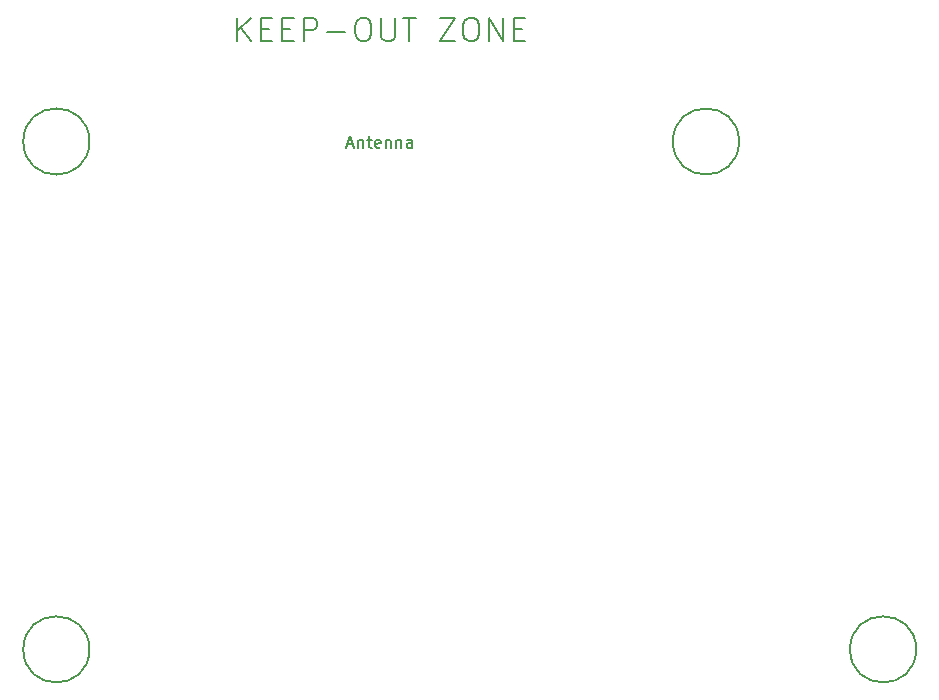
<source format=gbr>
%TF.GenerationSoftware,KiCad,Pcbnew,8.0.4*%
%TF.CreationDate,2025-02-12T03:18:48+01:00*%
%TF.ProjectId,SimpleLedController,53696d70-6c65-44c6-9564-436f6e74726f,A*%
%TF.SameCoordinates,Original*%
%TF.FileFunction,Other,Comment*%
%FSLAX46Y46*%
G04 Gerber Fmt 4.6, Leading zero omitted, Abs format (unit mm)*
G04 Created by KiCad (PCBNEW 8.0.4) date 2025-02-12 03:18:48*
%MOMM*%
%LPD*%
G01*
G04 APERTURE LIST*
%ADD10C,0.150000*%
G04 APERTURE END LIST*
D10*
X118319950Y-56830258D02*
X118319950Y-54830258D01*
X119462807Y-56830258D02*
X118605664Y-55687400D01*
X119462807Y-54830258D02*
X118319950Y-55973115D01*
X120319950Y-55782639D02*
X120986617Y-55782639D01*
X121272331Y-56830258D02*
X120319950Y-56830258D01*
X120319950Y-56830258D02*
X120319950Y-54830258D01*
X120319950Y-54830258D02*
X121272331Y-54830258D01*
X122129474Y-55782639D02*
X122796141Y-55782639D01*
X123081855Y-56830258D02*
X122129474Y-56830258D01*
X122129474Y-56830258D02*
X122129474Y-54830258D01*
X122129474Y-54830258D02*
X123081855Y-54830258D01*
X123938998Y-56830258D02*
X123938998Y-54830258D01*
X123938998Y-54830258D02*
X124700903Y-54830258D01*
X124700903Y-54830258D02*
X124891379Y-54925496D01*
X124891379Y-54925496D02*
X124986617Y-55020734D01*
X124986617Y-55020734D02*
X125081855Y-55211210D01*
X125081855Y-55211210D02*
X125081855Y-55496924D01*
X125081855Y-55496924D02*
X124986617Y-55687400D01*
X124986617Y-55687400D02*
X124891379Y-55782639D01*
X124891379Y-55782639D02*
X124700903Y-55877877D01*
X124700903Y-55877877D02*
X123938998Y-55877877D01*
X125938998Y-56068353D02*
X127462808Y-56068353D01*
X128796140Y-54830258D02*
X129177093Y-54830258D01*
X129177093Y-54830258D02*
X129367569Y-54925496D01*
X129367569Y-54925496D02*
X129558045Y-55115972D01*
X129558045Y-55115972D02*
X129653283Y-55496924D01*
X129653283Y-55496924D02*
X129653283Y-56163591D01*
X129653283Y-56163591D02*
X129558045Y-56544543D01*
X129558045Y-56544543D02*
X129367569Y-56735020D01*
X129367569Y-56735020D02*
X129177093Y-56830258D01*
X129177093Y-56830258D02*
X128796140Y-56830258D01*
X128796140Y-56830258D02*
X128605664Y-56735020D01*
X128605664Y-56735020D02*
X128415188Y-56544543D01*
X128415188Y-56544543D02*
X128319950Y-56163591D01*
X128319950Y-56163591D02*
X128319950Y-55496924D01*
X128319950Y-55496924D02*
X128415188Y-55115972D01*
X128415188Y-55115972D02*
X128605664Y-54925496D01*
X128605664Y-54925496D02*
X128796140Y-54830258D01*
X130510426Y-54830258D02*
X130510426Y-56449305D01*
X130510426Y-56449305D02*
X130605664Y-56639781D01*
X130605664Y-56639781D02*
X130700902Y-56735020D01*
X130700902Y-56735020D02*
X130891378Y-56830258D01*
X130891378Y-56830258D02*
X131272331Y-56830258D01*
X131272331Y-56830258D02*
X131462807Y-56735020D01*
X131462807Y-56735020D02*
X131558045Y-56639781D01*
X131558045Y-56639781D02*
X131653283Y-56449305D01*
X131653283Y-56449305D02*
X131653283Y-54830258D01*
X132319950Y-54830258D02*
X133462807Y-54830258D01*
X132891378Y-56830258D02*
X132891378Y-54830258D01*
X135462808Y-54830258D02*
X136796141Y-54830258D01*
X136796141Y-54830258D02*
X135462808Y-56830258D01*
X135462808Y-56830258D02*
X136796141Y-56830258D01*
X137938998Y-54830258D02*
X138319951Y-54830258D01*
X138319951Y-54830258D02*
X138510427Y-54925496D01*
X138510427Y-54925496D02*
X138700903Y-55115972D01*
X138700903Y-55115972D02*
X138796141Y-55496924D01*
X138796141Y-55496924D02*
X138796141Y-56163591D01*
X138796141Y-56163591D02*
X138700903Y-56544543D01*
X138700903Y-56544543D02*
X138510427Y-56735020D01*
X138510427Y-56735020D02*
X138319951Y-56830258D01*
X138319951Y-56830258D02*
X137938998Y-56830258D01*
X137938998Y-56830258D02*
X137748522Y-56735020D01*
X137748522Y-56735020D02*
X137558046Y-56544543D01*
X137558046Y-56544543D02*
X137462808Y-56163591D01*
X137462808Y-56163591D02*
X137462808Y-55496924D01*
X137462808Y-55496924D02*
X137558046Y-55115972D01*
X137558046Y-55115972D02*
X137748522Y-54925496D01*
X137748522Y-54925496D02*
X137938998Y-54830258D01*
X139653284Y-56830258D02*
X139653284Y-54830258D01*
X139653284Y-54830258D02*
X140796141Y-56830258D01*
X140796141Y-56830258D02*
X140796141Y-54830258D01*
X141748522Y-55782639D02*
X142415189Y-55782639D01*
X142700903Y-56830258D02*
X141748522Y-56830258D01*
X141748522Y-56830258D02*
X141748522Y-54830258D01*
X141748522Y-54830258D02*
X142700903Y-54830258D01*
X127650903Y-65561924D02*
X128127093Y-65561924D01*
X127555665Y-65847639D02*
X127888998Y-64847639D01*
X127888998Y-64847639D02*
X128222331Y-65847639D01*
X128555665Y-65180972D02*
X128555665Y-65847639D01*
X128555665Y-65276210D02*
X128603284Y-65228591D01*
X128603284Y-65228591D02*
X128698522Y-65180972D01*
X128698522Y-65180972D02*
X128841379Y-65180972D01*
X128841379Y-65180972D02*
X128936617Y-65228591D01*
X128936617Y-65228591D02*
X128984236Y-65323829D01*
X128984236Y-65323829D02*
X128984236Y-65847639D01*
X129317570Y-65180972D02*
X129698522Y-65180972D01*
X129460427Y-64847639D02*
X129460427Y-65704781D01*
X129460427Y-65704781D02*
X129508046Y-65800020D01*
X129508046Y-65800020D02*
X129603284Y-65847639D01*
X129603284Y-65847639D02*
X129698522Y-65847639D01*
X130412808Y-65800020D02*
X130317570Y-65847639D01*
X130317570Y-65847639D02*
X130127094Y-65847639D01*
X130127094Y-65847639D02*
X130031856Y-65800020D01*
X130031856Y-65800020D02*
X129984237Y-65704781D01*
X129984237Y-65704781D02*
X129984237Y-65323829D01*
X129984237Y-65323829D02*
X130031856Y-65228591D01*
X130031856Y-65228591D02*
X130127094Y-65180972D01*
X130127094Y-65180972D02*
X130317570Y-65180972D01*
X130317570Y-65180972D02*
X130412808Y-65228591D01*
X130412808Y-65228591D02*
X130460427Y-65323829D01*
X130460427Y-65323829D02*
X130460427Y-65419067D01*
X130460427Y-65419067D02*
X129984237Y-65514305D01*
X130888999Y-65180972D02*
X130888999Y-65847639D01*
X130888999Y-65276210D02*
X130936618Y-65228591D01*
X130936618Y-65228591D02*
X131031856Y-65180972D01*
X131031856Y-65180972D02*
X131174713Y-65180972D01*
X131174713Y-65180972D02*
X131269951Y-65228591D01*
X131269951Y-65228591D02*
X131317570Y-65323829D01*
X131317570Y-65323829D02*
X131317570Y-65847639D01*
X131793761Y-65180972D02*
X131793761Y-65847639D01*
X131793761Y-65276210D02*
X131841380Y-65228591D01*
X131841380Y-65228591D02*
X131936618Y-65180972D01*
X131936618Y-65180972D02*
X132079475Y-65180972D01*
X132079475Y-65180972D02*
X132174713Y-65228591D01*
X132174713Y-65228591D02*
X132222332Y-65323829D01*
X132222332Y-65323829D02*
X132222332Y-65847639D01*
X133127094Y-65847639D02*
X133127094Y-65323829D01*
X133127094Y-65323829D02*
X133079475Y-65228591D01*
X133079475Y-65228591D02*
X132984237Y-65180972D01*
X132984237Y-65180972D02*
X132793761Y-65180972D01*
X132793761Y-65180972D02*
X132698523Y-65228591D01*
X133127094Y-65800020D02*
X133031856Y-65847639D01*
X133031856Y-65847639D02*
X132793761Y-65847639D01*
X132793761Y-65847639D02*
X132698523Y-65800020D01*
X132698523Y-65800020D02*
X132650904Y-65704781D01*
X132650904Y-65704781D02*
X132650904Y-65609543D01*
X132650904Y-65609543D02*
X132698523Y-65514305D01*
X132698523Y-65514305D02*
X132793761Y-65466686D01*
X132793761Y-65466686D02*
X133031856Y-65466686D01*
X133031856Y-65466686D02*
X133127094Y-65419067D01*
%TO.C,H1*%
X105800000Y-108317800D02*
G75*
G02*
X100200000Y-108317800I-2800000J0D01*
G01*
X100200000Y-108317800D02*
G75*
G02*
X105800000Y-108317800I2800000J0D01*
G01*
%TO.C,H4*%
X105800000Y-65317800D02*
G75*
G02*
X100200000Y-65317800I-2800000J0D01*
G01*
X100200000Y-65317800D02*
G75*
G02*
X105800000Y-65317800I2800000J0D01*
G01*
%TO.C,H2*%
X160800000Y-65317800D02*
G75*
G02*
X155200000Y-65317800I-2800000J0D01*
G01*
X155200000Y-65317800D02*
G75*
G02*
X160800000Y-65317800I2800000J0D01*
G01*
%TO.C,H3*%
X175800000Y-108317800D02*
G75*
G02*
X170200000Y-108317800I-2800000J0D01*
G01*
X170200000Y-108317800D02*
G75*
G02*
X175800000Y-108317800I2800000J0D01*
G01*
%TD*%
M02*

</source>
